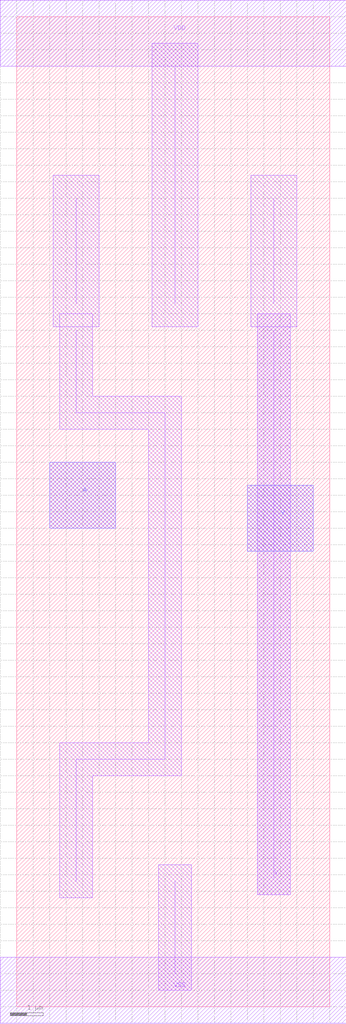
<source format=lef>
VERSION 5.5 ;
NAMESCASESENSITIVE ON ;
BUSBITCHARS "[]" ;
DIVIDERCHAR "/" ;


MACRO buf1
  CLASS CORE ;
  SOURCE USER ;
  ORIGIN 0 0 ;
  SIZE 9.500 BY 30.000 ;
  SYMMETRY X Y ;
  SITE unit ;
  PIN A
    USE SIGNAL ;
    PORT
      LAYER ML1 ;
        POLYGON 1.000 14.500  1.000 16.500  3.000 16.500  3.000 14.500  1.000 
        14.500  ;
    END
    PORT
      LAYER ML2 ;
        POLYGON 1.000 14.500  1.000 16.500  3.000 16.500  3.000 14.500  1.000 
        14.500  ;
    END
  END A
  PIN VDD
    USE POWER ;
    PORT
      LAYER ML1 ;
        RECT -0.500 28.500  10.000 30.500  ;
    END
  END VDD
  PIN VSS
    USE GROUND ;
    PORT
      LAYER ML1 ;
        RECT -0.500 -0.500  10.000 1.500  ;
    END
  END VSS
  PIN Y
    USE SIGNAL ;
    PORT
      LAYER ML2 ;
        POLYGON 7.000 13.800  7.000 15.800  9.000 15.800  9.000 13.800  7.000 
        13.800  ;
    END
    PORT
      LAYER ML1 ;
        POLYGON 7.000 13.800  7.000 15.800  9.000 15.800  9.000 13.800  7.000 
        13.800  ;
    END
    PORT
      LAYER ML1 ;
        WIDTH 1.000  ;
        PATH 7.800 3.900 7.800 20.500  ;
    END
  END Y
  OBS
    LAYER ML1 ;
      WIDTH 1.000  ;
      PATH 7.800 3.900 7.800 20.500  ;
      WIDTH 1.400  ;
      PATH 7.800 21.300 7.800 24.500  ;
      WIDTH 1.000  ;
      PATH 1.800 20.500 1.800 18.000 4.500 18.000 4.500 7.500 1.800 7.500 
      1.800 3.800  ;
      WIDTH 1.400  ;
      PATH 1.800 21.300 1.800 24.500  ;
      WIDTH 1.000  ;
      PATH 4.800 1.000 4.800 3.800  ;
      WIDTH 1.400  ;
      PATH 4.800 21.300 4.800 28.500  ;
    VIA 1.800 24.500  dcont ;
    VIA 1.800 3.800  dcont ;
    VIA 1.800 20.500  dcont ;
    VIA 1.800 22.500  dcont ;
    VIA 4.800 3.800  dcont ;
    VIA 4.800 24.500  dcont ;
    VIA 4.800 20.500  dcont ;
    VIA 4.800 22.500  dcont ;
    VIA 7.800 24.500  dcont ;
    VIA 7.800 22.500  dcont ;
    VIA 7.800 20.500  dcont ;
    VIA 7.800 3.800  dcont ;
    VIA 5.300 11.500  pcont ;
    VIA 5.000 29.500  nsubcont ;
    VIA 2.000 15.500  pcont ;
    VIA 5.000 0.500  psubcont ;
  END
END buf1

MACRO dcont
  CLASS CORE ;
  OBS
    LAYER ML1 ;
      RECT -1.000 -1.000  1.000 1.000  ;
  END
END dcont

MACRO pcont
  CLASS CORE ;
  OBS
    LAYER ML1 ;
      RECT -1.000 -1.000  1.000 1.000  ;
  END
END pcont

MACRO nsubcont
  CLASS CORE ;
  OBS
    LAYER ML1 ;
      RECT -1.000 -1.000  1.000 1.000  ;
  END
END nsubcont

MACRO psubcont
  CLASS CORE ;
  OBS
    LAYER ML1 ;
      RECT -1.000 -1.000  1.000 1.000  ;
  END
END psubcont


END LIBRARY

</source>
